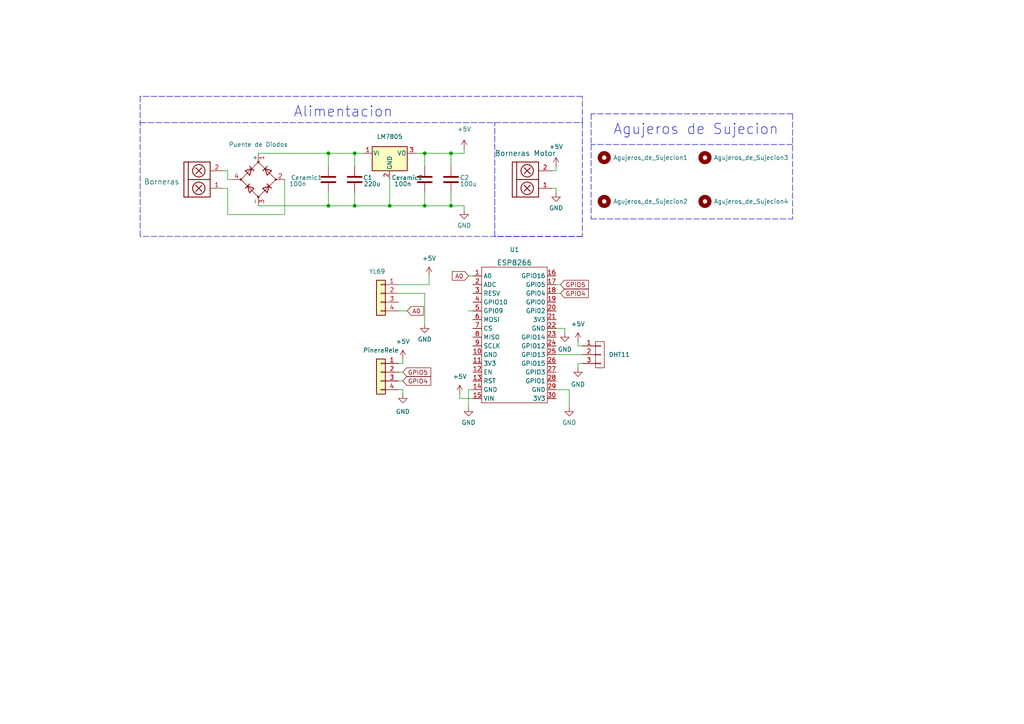
<source format=kicad_sch>
(kicad_sch (version 20211123) (generator eeschema)

  (uuid 5417d93e-ea72-4615-a825-50b48895bd92)

  (paper "A4")

  (title_block
    (title "Blumentopf")
    (date "2022-04-22")
  )

  (lib_symbols
    (symbol "Device:C" (pin_numbers hide) (pin_names (offset 0.254)) (in_bom yes) (on_board yes)
      (property "Reference" "C" (id 0) (at 0.635 2.54 0)
        (effects (font (size 1.27 1.27)) (justify left))
      )
      (property "Value" "C" (id 1) (at 0.635 -2.54 0)
        (effects (font (size 1.27 1.27)) (justify left))
      )
      (property "Footprint" "" (id 2) (at 0.9652 -3.81 0)
        (effects (font (size 1.27 1.27)) hide)
      )
      (property "Datasheet" "~" (id 3) (at 0 0 0)
        (effects (font (size 1.27 1.27)) hide)
      )
      (property "ki_keywords" "cap capacitor" (id 4) (at 0 0 0)
        (effects (font (size 1.27 1.27)) hide)
      )
      (property "ki_description" "Unpolarized capacitor" (id 5) (at 0 0 0)
        (effects (font (size 1.27 1.27)) hide)
      )
      (property "ki_fp_filters" "C_*" (id 6) (at 0 0 0)
        (effects (font (size 1.27 1.27)) hide)
      )
      (symbol "C_0_1"
        (polyline
          (pts
            (xy -2.032 -0.762)
            (xy 2.032 -0.762)
          )
          (stroke (width 0.508) (type default) (color 0 0 0 0))
          (fill (type none))
        )
        (polyline
          (pts
            (xy -2.032 0.762)
            (xy 2.032 0.762)
          )
          (stroke (width 0.508) (type default) (color 0 0 0 0))
          (fill (type none))
        )
      )
      (symbol "C_1_1"
        (pin passive line (at 0 3.81 270) (length 2.794)
          (name "~" (effects (font (size 1.27 1.27))))
          (number "1" (effects (font (size 1.27 1.27))))
        )
        (pin passive line (at 0 -3.81 90) (length 2.794)
          (name "~" (effects (font (size 1.27 1.27))))
          (number "2" (effects (font (size 1.27 1.27))))
        )
      )
    )
    (symbol "Device:D_Bridge_+A-A" (pin_names (offset 0)) (in_bom yes) (on_board yes)
      (property "Reference" "D" (id 0) (at 2.54 6.985 0)
        (effects (font (size 1.27 1.27)) (justify left))
      )
      (property "Value" "D_Bridge_+A-A" (id 1) (at 2.54 5.08 0)
        (effects (font (size 1.27 1.27)) (justify left))
      )
      (property "Footprint" "" (id 2) (at 0 0 0)
        (effects (font (size 1.27 1.27)) hide)
      )
      (property "Datasheet" "~" (id 3) (at 0 0 0)
        (effects (font (size 1.27 1.27)) hide)
      )
      (property "ki_keywords" "rectifier ACDC" (id 4) (at 0 0 0)
        (effects (font (size 1.27 1.27)) hide)
      )
      (property "ki_description" "Diode bridge, +ve/AC/-ve/AC" (id 5) (at 0 0 0)
        (effects (font (size 1.27 1.27)) hide)
      )
      (property "ki_fp_filters" "D*Bridge* D*Rectifier*" (id 6) (at 0 0 0)
        (effects (font (size 1.27 1.27)) hide)
      )
      (symbol "D_Bridge_+A-A_0_1"
        (circle (center -5.08 0) (radius 0.254)
          (stroke (width 0) (type default) (color 0 0 0 0))
          (fill (type outline))
        )
        (circle (center 0 -5.08) (radius 0.254)
          (stroke (width 0) (type default) (color 0 0 0 0))
          (fill (type outline))
        )
        (polyline
          (pts
            (xy -2.54 3.81)
            (xy -1.27 2.54)
          )
          (stroke (width 0.254) (type default) (color 0 0 0 0))
          (fill (type none))
        )
        (polyline
          (pts
            (xy -1.27 -2.54)
            (xy -2.54 -3.81)
          )
          (stroke (width 0.254) (type default) (color 0 0 0 0))
          (fill (type none))
        )
        (polyline
          (pts
            (xy 2.54 -1.27)
            (xy 3.81 -2.54)
          )
          (stroke (width 0.254) (type default) (color 0 0 0 0))
          (fill (type none))
        )
        (polyline
          (pts
            (xy 2.54 1.27)
            (xy 3.81 2.54)
          )
          (stroke (width 0.254) (type default) (color 0 0 0 0))
          (fill (type none))
        )
        (polyline
          (pts
            (xy -3.81 2.54)
            (xy -2.54 1.27)
            (xy -1.905 3.175)
            (xy -3.81 2.54)
          )
          (stroke (width 0.254) (type default) (color 0 0 0 0))
          (fill (type none))
        )
        (polyline
          (pts
            (xy -2.54 -1.27)
            (xy -3.81 -2.54)
            (xy -1.905 -3.175)
            (xy -2.54 -1.27)
          )
          (stroke (width 0.254) (type default) (color 0 0 0 0))
          (fill (type none))
        )
        (polyline
          (pts
            (xy 1.27 2.54)
            (xy 2.54 3.81)
            (xy 3.175 1.905)
            (xy 1.27 2.54)
          )
          (stroke (width 0.254) (type default) (color 0 0 0 0))
          (fill (type none))
        )
        (polyline
          (pts
            (xy 3.175 -1.905)
            (xy 1.27 -2.54)
            (xy 2.54 -3.81)
            (xy 3.175 -1.905)
          )
          (stroke (width 0.254) (type default) (color 0 0 0 0))
          (fill (type none))
        )
        (polyline
          (pts
            (xy -5.08 0)
            (xy 0 -5.08)
            (xy 5.08 0)
            (xy 0 5.08)
            (xy -5.08 0)
          )
          (stroke (width 0) (type default) (color 0 0 0 0))
          (fill (type none))
        )
        (circle (center 0 5.08) (radius 0.254)
          (stroke (width 0) (type default) (color 0 0 0 0))
          (fill (type outline))
        )
        (circle (center 5.08 0) (radius 0.254)
          (stroke (width 0) (type default) (color 0 0 0 0))
          (fill (type outline))
        )
      )
      (symbol "D_Bridge_+A-A_1_1"
        (pin passive line (at 7.62 0 180) (length 2.54)
          (name "+" (effects (font (size 1.27 1.27))))
          (number "1" (effects (font (size 1.27 1.27))))
        )
        (pin passive line (at 0 -7.62 90) (length 2.54)
          (name "~" (effects (font (size 1.27 1.27))))
          (number "2" (effects (font (size 1.27 1.27))))
        )
        (pin passive line (at -7.62 0 0) (length 2.54)
          (name "-" (effects (font (size 1.27 1.27))))
          (number "3" (effects (font (size 1.27 1.27))))
        )
        (pin passive line (at 0 7.62 270) (length 2.54)
          (name "~" (effects (font (size 1.27 1.27))))
          (number "4" (effects (font (size 1.27 1.27))))
        )
      )
    )
    (symbol "EESTN5:Conn_01X03" (pin_names (offset 1.016) hide) (in_bom yes) (on_board yes)
      (property "Reference" "J" (id 0) (at 0 5.08 0)
        (effects (font (size 1.27 1.27)))
      )
      (property "Value" "Conn_01X03" (id 1) (at 0 -5.08 0)
        (effects (font (size 1.27 1.27)))
      )
      (property "Footprint" "" (id 2) (at 0 0 0)
        (effects (font (size 1.27 1.27)) hide)
      )
      (property "Datasheet" "" (id 3) (at 0 0 0)
        (effects (font (size 1.27 1.27)) hide)
      )
      (property "ki_keywords" "connector" (id 4) (at 0 0 0)
        (effects (font (size 1.27 1.27)) hide)
      )
      (property "ki_description" "Connector, single row, 01x03, pin header" (id 5) (at 0 0 0)
        (effects (font (size 1.27 1.27)) hide)
      )
      (property "ki_fp_filters" "pin* header*" (id 6) (at 0 0 0)
        (effects (font (size 1.27 1.27)) hide)
      )
      (symbol "Conn_01X03_0_1"
        (rectangle (start -1.27 -2.413) (end 0.254 -2.667)
          (stroke (width 0) (type default) (color 0 0 0 0))
          (fill (type none))
        )
        (rectangle (start -1.27 0.127) (end 0.254 -0.127)
          (stroke (width 0) (type default) (color 0 0 0 0))
          (fill (type none))
        )
        (rectangle (start -1.27 2.667) (end 0.254 2.413)
          (stroke (width 0) (type default) (color 0 0 0 0))
          (fill (type none))
        )
        (rectangle (start -1.27 3.81) (end 1.27 -3.81)
          (stroke (width 0) (type default) (color 0 0 0 0))
          (fill (type none))
        )
      )
      (symbol "Conn_01X03_1_1"
        (pin passive line (at -5.08 2.54 0) (length 3.81)
          (name "P1" (effects (font (size 1.27 1.27))))
          (number "1" (effects (font (size 1.27 1.27))))
        )
        (pin passive line (at -5.08 0 0) (length 3.81)
          (name "P2" (effects (font (size 1.27 1.27))))
          (number "2" (effects (font (size 1.27 1.27))))
        )
        (pin passive line (at -5.08 -2.54 0) (length 3.81)
          (name "P3" (effects (font (size 1.27 1.27))))
          (number "3" (effects (font (size 1.27 1.27))))
        )
      )
    )
    (symbol "EESTN5:Conn_01x04" (pin_names (offset 1.016) hide) (in_bom yes) (on_board yes)
      (property "Reference" "J" (id 0) (at 0 5.08 0)
        (effects (font (size 1.27 1.27)))
      )
      (property "Value" "Conn_01x04" (id 1) (at 0 -7.62 0)
        (effects (font (size 1.27 1.27)))
      )
      (property "Footprint" "" (id 2) (at 0 0 0)
        (effects (font (size 1.27 1.27)) hide)
      )
      (property "Datasheet" "~" (id 3) (at 0 0 0)
        (effects (font (size 1.27 1.27)) hide)
      )
      (property "ki_keywords" "connector" (id 4) (at 0 0 0)
        (effects (font (size 1.27 1.27)) hide)
      )
      (property "ki_description" "Generic connector, single row, 01x04" (id 5) (at 0 0 0)
        (effects (font (size 1.27 1.27)) hide)
      )
      (property "ki_fp_filters" "pin* header*" (id 6) (at 0 0 0)
        (effects (font (size 1.27 1.27)) hide)
      )
      (symbol "Conn_01x04_1_1"
        (rectangle (start -1.27 -4.953) (end 0 -5.207)
          (stroke (width 0.1524) (type default) (color 0 0 0 0))
          (fill (type none))
        )
        (rectangle (start -1.27 -2.413) (end 0 -2.667)
          (stroke (width 0.1524) (type default) (color 0 0 0 0))
          (fill (type none))
        )
        (rectangle (start -1.27 0.127) (end 0 -0.127)
          (stroke (width 0.1524) (type default) (color 0 0 0 0))
          (fill (type none))
        )
        (rectangle (start -1.27 2.667) (end 0 2.413)
          (stroke (width 0.1524) (type default) (color 0 0 0 0))
          (fill (type none))
        )
        (rectangle (start -1.27 3.81) (end 1.27 -6.35)
          (stroke (width 0.254) (type default) (color 0 0 0 0))
          (fill (type background))
        )
        (pin passive line (at -5.08 2.54 0) (length 3.81)
          (name "Pin_1" (effects (font (size 1.27 1.27))))
          (number "1" (effects (font (size 1.27 1.27))))
        )
        (pin passive line (at -5.08 0 0) (length 3.81)
          (name "Pin_2" (effects (font (size 1.27 1.27))))
          (number "2" (effects (font (size 1.27 1.27))))
        )
        (pin passive line (at -5.08 -2.54 0) (length 3.81)
          (name "Pin_3" (effects (font (size 1.27 1.27))))
          (number "3" (effects (font (size 1.27 1.27))))
        )
        (pin passive line (at -5.08 -5.08 0) (length 3.81)
          (name "Pin_4" (effects (font (size 1.27 1.27))))
          (number "4" (effects (font (size 1.27 1.27))))
        )
      )
    )
    (symbol "EESTN5:Mounting_Hole" (pin_names (offset 1.016)) (in_bom yes) (on_board yes)
      (property "Reference" "H" (id 0) (at 0 5.08 0)
        (effects (font (size 1.27 1.27)))
      )
      (property "Value" "Mounting_Hole" (id 1) (at 0 3.175 0)
        (effects (font (size 1.27 1.27)) hide)
      )
      (property "Footprint" "" (id 2) (at 0 0 0)
        (effects (font (size 1.524 1.524)) hide)
      )
      (property "Datasheet" "" (id 3) (at 0 0 0)
        (effects (font (size 1.524 1.524)) hide)
      )
      (property "ki_keywords" "mounting hole" (id 4) (at 0 0 0)
        (effects (font (size 1.27 1.27)) hide)
      )
      (property "ki_description" "Mounting Hole without connection" (id 5) (at 0 0 0)
        (effects (font (size 1.27 1.27)) hide)
      )
      (property "ki_fp_filters" "hole* Logo* PAD* Separador* Cable*" (id 6) (at 0 0 0)
        (effects (font (size 1.27 1.27)) hide)
      )
      (symbol "Mounting_Hole_0_1"
        (circle (center 0 0) (radius 1.27)
          (stroke (width 1.27) (type default) (color 0 0 0 0))
          (fill (type none))
        )
      )
    )
    (symbol "EESTN5:TB_1X2" (pin_names (offset 1.016)) (in_bom yes) (on_board yes)
      (property "Reference" "J" (id 0) (at 0 7.62 0)
        (effects (font (size 1.524 1.524)))
      )
      (property "Value" "TB_1X2" (id 1) (at 1.27 -7.62 0)
        (effects (font (size 1.524 1.524)))
      )
      (property "Footprint" "" (id 2) (at -1.27 1.27 0)
        (effects (font (size 1.524 1.524)))
      )
      (property "Datasheet" "" (id 3) (at -1.27 1.27 0)
        (effects (font (size 1.524 1.524)))
      )
      (property "ki_fp_filters" "BORNERA* TB*" (id 4) (at 0 0 0)
        (effects (font (size 1.27 1.27)) hide)
      )
      (symbol "TB_1X2_0_1"
        (rectangle (start -2.54 5.08) (end 5.08 -5.08)
          (stroke (width 0.254) (type default) (color 0 0 0 0))
          (fill (type none))
        )
        (polyline
          (pts
            (xy -1.27 0)
            (xy 5.08 0)
          )
          (stroke (width 0.254) (type default) (color 0 0 0 0))
          (fill (type none))
        )
        (polyline
          (pts
            (xy -1.27 5.08)
            (xy -1.27 -5.08)
          )
          (stroke (width 0.254) (type default) (color 0 0 0 0))
          (fill (type none))
        )
        (polyline
          (pts
            (xy 0.889 -3.429)
            (xy 2.667 -1.651)
          )
          (stroke (width 0.254) (type default) (color 0 0 0 0))
          (fill (type none))
        )
        (polyline
          (pts
            (xy 0.889 -1.651)
            (xy 2.667 -3.429)
          )
          (stroke (width 0.254) (type default) (color 0 0 0 0))
          (fill (type none))
        )
        (polyline
          (pts
            (xy 0.889 1.651)
            (xy 2.667 3.429)
          )
          (stroke (width 0.254) (type default) (color 0 0 0 0))
          (fill (type none))
        )
        (polyline
          (pts
            (xy 0.889 3.429)
            (xy 2.667 1.651)
          )
          (stroke (width 0.254) (type default) (color 0 0 0 0))
          (fill (type none))
        )
        (circle (center 1.778 -2.54) (radius 1.8034)
          (stroke (width 0.254) (type default) (color 0 0 0 0))
          (fill (type none))
        )
        (circle (center 1.778 2.54) (radius 1.8034)
          (stroke (width 0.254) (type default) (color 0 0 0 0))
          (fill (type none))
        )
      )
      (symbol "TB_1X2_1_1"
        (pin input line (at 8.89 2.54 180) (length 3.81)
          (name "~" (effects (font (size 1.27 1.27))))
          (number "1" (effects (font (size 1.27 1.27))))
        )
        (pin input line (at 8.89 -2.54 180) (length 3.81)
          (name "~" (effects (font (size 1.27 1.27))))
          (number "2" (effects (font (size 1.27 1.27))))
        )
      )
    )
    (symbol "Regulator_Linear:LF50_TO220" (pin_names (offset 0.254)) (in_bom yes) (on_board yes)
      (property "Reference" "U" (id 0) (at -3.81 3.175 0)
        (effects (font (size 1.27 1.27)))
      )
      (property "Value" "LF50_TO220" (id 1) (at 0 3.175 0)
        (effects (font (size 1.27 1.27)) (justify left))
      )
      (property "Footprint" "Package_TO_SOT_THT:TO-220-3_Vertical" (id 2) (at 0 5.715 0)
        (effects (font (size 1.27 1.27) italic) hide)
      )
      (property "Datasheet" "http://www.st.com/content/ccc/resource/technical/document/datasheet/c4/0e/7e/2a/be/bc/4c/bd/CD00000546.pdf/files/CD00000546.pdf/jcr:content/translations/en.CD00000546.pdf" (id 3) (at 0 -1.27 0)
        (effects (font (size 1.27 1.27)) hide)
      )
      (property "ki_keywords" "LDO regulator voltage" (id 4) (at 0 0 0)
        (effects (font (size 1.27 1.27)) hide)
      )
      (property "ki_description" "Low-drop Voltage Regulator, Io up to 500mA, Fixed Vo 5.0V, TO-220" (id 5) (at 0 0 0)
        (effects (font (size 1.27 1.27)) hide)
      )
      (property "ki_fp_filters" "TO?220*" (id 6) (at 0 0 0)
        (effects (font (size 1.27 1.27)) hide)
      )
      (symbol "LF50_TO220_0_1"
        (rectangle (start -5.08 1.905) (end 5.08 -5.08)
          (stroke (width 0.254) (type default) (color 0 0 0 0))
          (fill (type background))
        )
      )
      (symbol "LF50_TO220_1_1"
        (pin power_in line (at -7.62 0 0) (length 2.54)
          (name "VI" (effects (font (size 1.27 1.27))))
          (number "1" (effects (font (size 1.27 1.27))))
        )
        (pin power_in line (at 0 -7.62 90) (length 2.54)
          (name "GND" (effects (font (size 1.27 1.27))))
          (number "2" (effects (font (size 1.27 1.27))))
        )
        (pin power_out line (at 7.62 0 180) (length 2.54)
          (name "VO" (effects (font (size 1.27 1.27))))
          (number "3" (effects (font (size 1.27 1.27))))
        )
      )
    )
    (symbol "esp8266: ESP8266" (in_bom yes) (on_board yes)
      (property "Reference" "U" (id 0) (at 26.67 49.53 0)
        (effects (font (size 1.27 1.27)))
      )
      (property "Value" " ESP8266" (id 1) (at 26.67 46.99 0)
        (effects (font (size 1.5 1.5)))
      )
      (property "Footprint" "ÈSP6822:ESP6822" (id 2) (at 26.67 46.99 0)
        (effects (font (size 1.27 1.27)) hide)
      )
      (property "Datasheet" "" (id 3) (at 26.67 46.99 0)
        (effects (font (size 1.27 1.27)) hide)
      )
      (symbol " ESP8266_0_1"
        (rectangle (start 17.78 44.45) (end 36.83 5.08)
          (stroke (width 0) (type default) (color 0 0 0 0))
          (fill (type none))
        )
      )
      (symbol " ESP8266_1_1"
        (pin input line (at 15.24 41.91 0) (length 2.54)
          (name "A0" (effects (font (size 1.27 1.27))))
          (number "1" (effects (font (size 1.27 1.27))))
        )
        (pin input line (at 15.24 19.05 0) (length 2.54)
          (name "GND" (effects (font (size 1.27 1.27))))
          (number "10" (effects (font (size 1.27 1.27))))
        )
        (pin input line (at 15.24 16.51 0) (length 2.54)
          (name "3V3" (effects (font (size 1.27 1.27))))
          (number "11" (effects (font (size 1.27 1.27))))
        )
        (pin input line (at 15.24 13.97 0) (length 2.54)
          (name "EN" (effects (font (size 1.27 1.27))))
          (number "12" (effects (font (size 1.27 1.27))))
        )
        (pin input line (at 15.24 11.43 0) (length 2.54)
          (name "RST" (effects (font (size 1.27 1.27))))
          (number "13" (effects (font (size 1.27 1.27))))
        )
        (pin input line (at 15.24 8.89 0) (length 2.54)
          (name "GND" (effects (font (size 1.27 1.27))))
          (number "14" (effects (font (size 1.27 1.27))))
        )
        (pin input line (at 15.24 6.35 0) (length 2.54)
          (name "VIN" (effects (font (size 1.27 1.27))))
          (number "15" (effects (font (size 1.27 1.27))))
        )
        (pin input line (at 39.37 41.91 180) (length 2.54)
          (name "GPIO16" (effects (font (size 1.27 1.27))))
          (number "16" (effects (font (size 1.27 1.27))))
        )
        (pin input line (at 39.37 39.37 180) (length 2.54)
          (name "GPI05" (effects (font (size 1.27 1.27))))
          (number "17" (effects (font (size 1.27 1.27))))
        )
        (pin input line (at 39.37 36.83 180) (length 2.54)
          (name "GPI04" (effects (font (size 1.27 1.27))))
          (number "18" (effects (font (size 1.27 1.27))))
        )
        (pin input line (at 39.37 34.29 180) (length 2.54)
          (name "GPI00" (effects (font (size 1.27 1.27))))
          (number "19" (effects (font (size 1.27 1.27))))
        )
        (pin input line (at 15.24 39.37 0) (length 2.54)
          (name "ADC" (effects (font (size 1.27 1.27))))
          (number "2" (effects (font (size 1.27 1.27))))
        )
        (pin input line (at 39.37 31.75 180) (length 2.54)
          (name "GPI02" (effects (font (size 1.27 1.27))))
          (number "20" (effects (font (size 1.27 1.27))))
        )
        (pin input line (at 39.37 29.21 180) (length 2.54)
          (name "3V3" (effects (font (size 1.27 1.27))))
          (number "21" (effects (font (size 1.27 1.27))))
        )
        (pin input line (at 39.37 26.67 180) (length 2.54)
          (name "GND" (effects (font (size 1.27 1.27))))
          (number "22" (effects (font (size 1.27 1.27))))
        )
        (pin input line (at 39.37 24.13 180) (length 2.54)
          (name "GPIO14" (effects (font (size 1.27 1.27))))
          (number "23" (effects (font (size 1.27 1.27))))
        )
        (pin input line (at 39.37 21.59 180) (length 2.54)
          (name "GPIO12" (effects (font (size 1.27 1.27))))
          (number "24" (effects (font (size 1.27 1.27))))
        )
        (pin input line (at 39.37 19.05 180) (length 2.54)
          (name "GPIO13" (effects (font (size 1.27 1.27))))
          (number "25" (effects (font (size 1.27 1.27))))
        )
        (pin input line (at 39.37 16.51 180) (length 2.54)
          (name "GPIO15" (effects (font (size 1.27 1.27))))
          (number "26" (effects (font (size 1.27 1.27))))
        )
        (pin input line (at 39.37 13.97 180) (length 2.54)
          (name "GPIO3" (effects (font (size 1.27 1.27))))
          (number "27" (effects (font (size 1.27 1.27))))
        )
        (pin input line (at 39.37 11.43 180) (length 2.54)
          (name "GPIO1" (effects (font (size 1.27 1.27))))
          (number "28" (effects (font (size 1.27 1.27))))
        )
        (pin input line (at 39.37 8.89 180) (length 2.54)
          (name "GND" (effects (font (size 1.27 1.27))))
          (number "29" (effects (font (size 1.27 1.27))))
        )
        (pin input line (at 15.24 36.83 0) (length 2.54)
          (name "RESV" (effects (font (size 1.27 1.27))))
          (number "3" (effects (font (size 1.27 1.27))))
        )
        (pin input line (at 39.37 6.35 180) (length 2.54)
          (name "3V3" (effects (font (size 1.27 1.27))))
          (number "30" (effects (font (size 1.27 1.27))))
        )
        (pin input line (at 15.24 34.29 0) (length 2.54)
          (name "GPIO10" (effects (font (size 1.27 1.27))))
          (number "4" (effects (font (size 1.27 1.27))))
        )
        (pin input line (at 15.24 31.75 0) (length 2.54)
          (name "GPI09" (effects (font (size 1.27 1.27))))
          (number "5" (effects (font (size 1.27 1.27))))
        )
        (pin input line (at 15.24 29.21 0) (length 2.54)
          (name "MOSI" (effects (font (size 1.27 1.27))))
          (number "6" (effects (font (size 1.27 1.27))))
        )
        (pin input line (at 15.24 26.67 0) (length 2.54)
          (name "CS" (effects (font (size 1.27 1.27))))
          (number "7" (effects (font (size 1.27 1.27))))
        )
        (pin input line (at 15.24 24.13 0) (length 2.54)
          (name "MISO" (effects (font (size 1.27 1.27))))
          (number "8" (effects (font (size 1.27 1.27))))
        )
        (pin input line (at 15.24 21.59 0) (length 2.54)
          (name "SCLK" (effects (font (size 1.27 1.27))))
          (number "9" (effects (font (size 1.27 1.27))))
        )
      )
    )
    (symbol "power:+5V" (power) (pin_names (offset 0)) (in_bom yes) (on_board yes)
      (property "Reference" "#PWR" (id 0) (at 0 -3.81 0)
        (effects (font (size 1.27 1.27)) hide)
      )
      (property "Value" "+5V" (id 1) (at 0 3.556 0)
        (effects (font (size 1.27 1.27)))
      )
      (property "Footprint" "" (id 2) (at 0 0 0)
        (effects (font (size 1.27 1.27)) hide)
      )
      (property "Datasheet" "" (id 3) (at 0 0 0)
        (effects (font (size 1.27 1.27)) hide)
      )
      (property "ki_keywords" "power-flag" (id 4) (at 0 0 0)
        (effects (font (size 1.27 1.27)) hide)
      )
      (property "ki_description" "Power symbol creates a global label with name \"+5V\"" (id 5) (at 0 0 0)
        (effects (font (size 1.27 1.27)) hide)
      )
      (symbol "+5V_0_1"
        (polyline
          (pts
            (xy -0.762 1.27)
            (xy 0 2.54)
          )
          (stroke (width 0) (type default) (color 0 0 0 0))
          (fill (type none))
        )
        (polyline
          (pts
            (xy 0 0)
            (xy 0 2.54)
          )
          (stroke (width 0) (type default) (color 0 0 0 0))
          (fill (type none))
        )
        (polyline
          (pts
            (xy 0 2.54)
            (xy 0.762 1.27)
          )
          (stroke (width 0) (type default) (color 0 0 0 0))
          (fill (type none))
        )
      )
      (symbol "+5V_1_1"
        (pin power_in line (at 0 0 90) (length 0) hide
          (name "+5V" (effects (font (size 1.27 1.27))))
          (number "1" (effects (font (size 1.27 1.27))))
        )
      )
    )
    (symbol "power:GND" (power) (pin_names (offset 0)) (in_bom yes) (on_board yes)
      (property "Reference" "#PWR" (id 0) (at 0 -6.35 0)
        (effects (font (size 1.27 1.27)) hide)
      )
      (property "Value" "GND" (id 1) (at 0 -3.81 0)
        (effects (font (size 1.27 1.27)))
      )
      (property "Footprint" "" (id 2) (at 0 0 0)
        (effects (font (size 1.27 1.27)) hide)
      )
      (property "Datasheet" "" (id 3) (at 0 0 0)
        (effects (font (size 1.27 1.27)) hide)
      )
      (property "ki_keywords" "power-flag" (id 4) (at 0 0 0)
        (effects (font (size 1.27 1.27)) hide)
      )
      (property "ki_description" "Power symbol creates a global label with name \"GND\" , ground" (id 5) (at 0 0 0)
        (effects (font (size 1.27 1.27)) hide)
      )
      (symbol "GND_0_1"
        (polyline
          (pts
            (xy 0 0)
            (xy 0 -1.27)
            (xy 1.27 -1.27)
            (xy 0 -2.54)
            (xy -1.27 -1.27)
            (xy 0 -1.27)
          )
          (stroke (width 0) (type default) (color 0 0 0 0))
          (fill (type none))
        )
      )
      (symbol "GND_1_1"
        (pin power_in line (at 0 0 270) (length 0) hide
          (name "GND" (effects (font (size 1.27 1.27))))
          (number "1" (effects (font (size 1.27 1.27))))
        )
      )
    )
  )

  (junction (at 123.19 59.69) (diameter 0) (color 0 0 0 0)
    (uuid 1913b8c1-1e0d-4d19-9579-544ed814abb8)
  )
  (junction (at 123.19 44.45) (diameter 0) (color 0 0 0 0)
    (uuid 203e23b8-fdfb-480b-a36c-4d86c2e2d186)
  )
  (junction (at 95.25 44.45) (diameter 0) (color 0 0 0 0)
    (uuid 33fd0bc1-02fd-4f8f-9e62-ad38f10bd8e2)
  )
  (junction (at 130.81 44.45) (diameter 0) (color 0 0 0 0)
    (uuid 394fe4ee-4232-4801-a06a-27a76994174f)
  )
  (junction (at 102.87 44.45) (diameter 0) (color 0 0 0 0)
    (uuid 4dac5b0c-7b51-41db-ba23-410fdf332b09)
  )
  (junction (at 102.87 59.69) (diameter 0) (color 0 0 0 0)
    (uuid 5bbe8d8e-e06c-4611-bc14-daf34b6f484f)
  )
  (junction (at 113.03 59.69) (diameter 0) (color 0 0 0 0)
    (uuid c4100967-fc97-4dee-b902-966f9795cc96)
  )
  (junction (at 130.81 59.69) (diameter 0) (color 0 0 0 0)
    (uuid c82f8af8-7a87-44f6-b379-02e58fa9cc00)
  )
  (junction (at 95.25 59.69) (diameter 0) (color 0 0 0 0)
    (uuid f1bf1915-64c7-4735-adb7-77a844afb851)
  )

  (wire (pts (xy 134.62 43.18) (xy 134.62 44.45))
    (stroke (width 0) (type default) (color 0 0 0 0))
    (uuid 01160a4f-c24e-41a9-aa0f-9af1f16b7f67)
  )
  (wire (pts (xy 64.77 49.53) (xy 66.04 49.53))
    (stroke (width 0) (type default) (color 0 0 0 0))
    (uuid 037791f7-0b6b-411f-96ec-0bf2cb35b675)
  )
  (polyline (pts (xy 171.45 33.02) (xy 171.45 41.91))
    (stroke (width 0) (type default) (color 0 0 0 0))
    (uuid 0bc3f359-5bd2-46fe-96c1-0732c1905649)
  )

  (wire (pts (xy 167.64 105.41) (xy 167.64 106.68))
    (stroke (width 0) (type default) (color 0 0 0 0))
    (uuid 0cf03361-6b9b-4d55-a543-81b8fc79bbe6)
  )
  (wire (pts (xy 102.87 55.88) (xy 102.87 59.69))
    (stroke (width 0) (type default) (color 0 0 0 0))
    (uuid 12123dbf-ec10-4212-8010-7320af61d6a4)
  )
  (polyline (pts (xy 168.91 35.56) (xy 168.91 27.94))
    (stroke (width 0) (type default) (color 0 0 0 0))
    (uuid 1422cffc-a6ff-4e64-b009-59da6be804dd)
  )
  (polyline (pts (xy 143.51 35.56) (xy 168.91 35.56))
    (stroke (width 0) (type default) (color 0 0 0 0))
    (uuid 14ff9087-b8eb-4ee6-bbfe-2436601097d4)
  )

  (wire (pts (xy 66.04 49.53) (xy 66.04 52.07))
    (stroke (width 0) (type default) (color 0 0 0 0))
    (uuid 150704fa-293a-4697-a5cf-8b313726b01c)
  )
  (wire (pts (xy 95.25 59.69) (xy 102.87 59.69))
    (stroke (width 0) (type default) (color 0 0 0 0))
    (uuid 171fee88-e3f8-4ea0-a545-2c56f8e6d6a6)
  )
  (wire (pts (xy 167.64 105.41) (xy 168.91 105.41))
    (stroke (width 0) (type default) (color 0 0 0 0))
    (uuid 205d52e3-c974-4bc8-a53b-45f9f67a9079)
  )
  (wire (pts (xy 133.35 115.57) (xy 137.16 115.57))
    (stroke (width 0) (type default) (color 0 0 0 0))
    (uuid 213290c5-e02a-41d9-95a1-63fdeedefcbc)
  )
  (polyline (pts (xy 171.45 63.5) (xy 229.87 63.5))
    (stroke (width 0) (type default) (color 0 0 0 0))
    (uuid 214581b5-e03b-462e-bb42-8a9398206ab6)
  )

  (wire (pts (xy 66.04 62.23) (xy 82.55 62.23))
    (stroke (width 0) (type default) (color 0 0 0 0))
    (uuid 226aaa63-d067-4f6d-a8bb-07141cab1d34)
  )
  (wire (pts (xy 64.77 54.61) (xy 66.04 54.61))
    (stroke (width 0) (type default) (color 0 0 0 0))
    (uuid 23260b48-c011-4971-b14c-1169c3d46f20)
  )
  (wire (pts (xy 113.03 59.69) (xy 123.19 59.69))
    (stroke (width 0) (type default) (color 0 0 0 0))
    (uuid 246fc0d8-7fd1-4401-8a5c-31decd07a057)
  )
  (wire (pts (xy 123.19 44.45) (xy 120.65 44.45))
    (stroke (width 0) (type default) (color 0 0 0 0))
    (uuid 2a2e9ff8-7894-4ff4-b811-62898b3e25e5)
  )
  (wire (pts (xy 102.87 44.45) (xy 102.87 48.26))
    (stroke (width 0) (type default) (color 0 0 0 0))
    (uuid 2b463c2f-80bc-4344-aadc-edc11fbe40ad)
  )
  (wire (pts (xy 161.29 113.03) (xy 165.1 113.03))
    (stroke (width 0) (type default) (color 0 0 0 0))
    (uuid 2bb276a7-8ab2-4be3-9b32-a7ea311015c9)
  )
  (wire (pts (xy 115.57 110.49) (xy 116.84 110.49))
    (stroke (width 0) (type default) (color 0 0 0 0))
    (uuid 2bbd4481-9bc2-4ff3-b649-7ee758500320)
  )
  (polyline (pts (xy 229.87 33.02) (xy 229.87 63.5))
    (stroke (width 0) (type default) (color 0 0 0 0))
    (uuid 34ccca3b-e75d-40d0-8a65-69106af47aea)
  )

  (wire (pts (xy 130.81 44.45) (xy 123.19 44.45))
    (stroke (width 0) (type default) (color 0 0 0 0))
    (uuid 3a6efa19-b0b0-458f-a540-98e60b0607f6)
  )
  (wire (pts (xy 116.84 105.41) (xy 116.84 104.14))
    (stroke (width 0) (type default) (color 0 0 0 0))
    (uuid 3b7b5b67-9dcb-448e-944f-5d0b65129132)
  )
  (wire (pts (xy 66.04 54.61) (xy 66.04 62.23))
    (stroke (width 0) (type default) (color 0 0 0 0))
    (uuid 3cb1ead1-67b3-42c8-a113-f57b7ed39d5a)
  )
  (wire (pts (xy 165.1 113.03) (xy 165.1 118.11))
    (stroke (width 0) (type default) (color 0 0 0 0))
    (uuid 3daf8e99-6801-4108-9132-918bf0b3e34b)
  )
  (wire (pts (xy 123.19 55.88) (xy 123.19 59.69))
    (stroke (width 0) (type default) (color 0 0 0 0))
    (uuid 427f6794-a850-43fb-8a96-7bcfe32291a1)
  )
  (wire (pts (xy 161.29 55.88) (xy 161.29 54.61))
    (stroke (width 0) (type default) (color 0 0 0 0))
    (uuid 439e6463-0296-4527-8dc6-47fb96e37143)
  )
  (wire (pts (xy 160.02 54.61) (xy 161.29 54.61))
    (stroke (width 0) (type default) (color 0 0 0 0))
    (uuid 46e15c38-921a-456b-ba9c-d17c6f8c4b93)
  )
  (wire (pts (xy 113.03 59.69) (xy 113.03 52.07))
    (stroke (width 0) (type default) (color 0 0 0 0))
    (uuid 4d6e2753-607c-4b43-9f86-f2cb7774809d)
  )
  (polyline (pts (xy 40.64 27.94) (xy 40.64 35.56))
    (stroke (width 0) (type default) (color 0 0 0 0))
    (uuid 4da6302c-cd1f-4909-89d2-621a3bbeb204)
  )

  (wire (pts (xy 130.81 44.45) (xy 134.62 44.45))
    (stroke (width 0) (type default) (color 0 0 0 0))
    (uuid 515c8109-0a49-46bc-9a71-3caee9dac30c)
  )
  (wire (pts (xy 115.57 82.55) (xy 124.46 82.55))
    (stroke (width 0) (type default) (color 0 0 0 0))
    (uuid 54f7712b-11be-43ff-8b72-64ee2150f34f)
  )
  (wire (pts (xy 123.19 44.45) (xy 123.19 48.26))
    (stroke (width 0) (type default) (color 0 0 0 0))
    (uuid 55209d5a-76db-4042-a1fa-ed3fd4a5a913)
  )
  (polyline (pts (xy 229.87 41.91) (xy 171.45 41.91))
    (stroke (width 0) (type default) (color 0 0 0 0))
    (uuid 5dddf57a-bdda-455b-9415-c8b9b0899b17)
  )
  (polyline (pts (xy 229.87 33.02) (xy 171.45 33.02))
    (stroke (width 0) (type default) (color 0 0 0 0))
    (uuid 64190b3d-9171-4dd7-9a1f-6fbfb06134eb)
  )

  (wire (pts (xy 123.19 85.09) (xy 115.57 85.09))
    (stroke (width 0) (type default) (color 0 0 0 0))
    (uuid 69dd0679-d85a-45b1-9962-4edcf9954491)
  )
  (wire (pts (xy 130.81 55.88) (xy 130.81 59.69))
    (stroke (width 0) (type default) (color 0 0 0 0))
    (uuid 6a0a59b9-bbf9-43b8-ad98-380cde3b1911)
  )
  (wire (pts (xy 74.93 59.69) (xy 95.25 59.69))
    (stroke (width 0) (type default) (color 0 0 0 0))
    (uuid 6af72663-0d02-40f7-b513-40c9f4257212)
  )
  (wire (pts (xy 160.02 49.53) (xy 161.29 49.53))
    (stroke (width 0) (type default) (color 0 0 0 0))
    (uuid 6c207d1c-3bfd-4d25-8885-2f5108f8da92)
  )
  (wire (pts (xy 130.81 44.45) (xy 130.81 48.26))
    (stroke (width 0) (type default) (color 0 0 0 0))
    (uuid 7185a159-33be-4710-a571-c56533d7fe4a)
  )
  (wire (pts (xy 124.46 80.01) (xy 124.46 82.55))
    (stroke (width 0) (type default) (color 0 0 0 0))
    (uuid 80d3e12b-5051-4e5d-835f-7a9d97287885)
  )
  (polyline (pts (xy 40.64 35.56) (xy 143.51 35.56))
    (stroke (width 0) (type default) (color 0 0 0 0))
    (uuid 817cea77-3614-46eb-ac46-8f839c322ae1)
  )

  (wire (pts (xy 161.29 95.25) (xy 163.83 95.25))
    (stroke (width 0) (type default) (color 0 0 0 0))
    (uuid 82a9f099-f304-48c1-bae3-14203547da08)
  )
  (wire (pts (xy 161.29 85.09) (xy 162.56 85.09))
    (stroke (width 0) (type default) (color 0 0 0 0))
    (uuid 84ecdde2-8ef7-4393-8d7b-97cb88260f81)
  )
  (wire (pts (xy 161.29 102.87) (xy 168.91 102.87))
    (stroke (width 0) (type default) (color 0 0 0 0))
    (uuid 8acab7ce-dc23-4afe-ad98-f83613313f92)
  )
  (wire (pts (xy 167.64 100.33) (xy 168.91 100.33))
    (stroke (width 0) (type default) (color 0 0 0 0))
    (uuid 8c4ad6d8-ffc9-4b82-8d92-3d432fbdf2fa)
  )
  (wire (pts (xy 115.57 107.95) (xy 116.84 107.95))
    (stroke (width 0) (type default) (color 0 0 0 0))
    (uuid 8df17d94-ea38-4f74-8195-68c149605e5d)
  )
  (wire (pts (xy 130.81 59.69) (xy 123.19 59.69))
    (stroke (width 0) (type default) (color 0 0 0 0))
    (uuid 9185858a-0484-4228-9b8b-887bc7c63a67)
  )
  (wire (pts (xy 116.84 113.03) (xy 116.84 114.3))
    (stroke (width 0) (type default) (color 0 0 0 0))
    (uuid 95048e16-9f05-487e-94da-8b914b55610d)
  )
  (polyline (pts (xy 168.91 68.58) (xy 40.64 68.58))
    (stroke (width 0) (type default) (color 0 0 0 0))
    (uuid 96116b5a-a0de-4cfe-b1e6-46c282049706)
  )
  (polyline (pts (xy 168.91 27.94) (xy 40.64 27.94))
    (stroke (width 0) (type default) (color 0 0 0 0))
    (uuid 9caa825e-43a9-45d3-8dad-ce1e46623c13)
  )

  (wire (pts (xy 95.25 55.88) (xy 95.25 59.69))
    (stroke (width 0) (type default) (color 0 0 0 0))
    (uuid a0d4a285-4240-4db1-96e6-356c1d3c1b55)
  )
  (wire (pts (xy 161.29 82.55) (xy 162.56 82.55))
    (stroke (width 0) (type default) (color 0 0 0 0))
    (uuid a4057579-837e-459b-a599-80e3b1ea19c8)
  )
  (wire (pts (xy 102.87 44.45) (xy 105.41 44.45))
    (stroke (width 0) (type default) (color 0 0 0 0))
    (uuid a8471c4c-fddd-4145-a156-062a45736941)
  )
  (wire (pts (xy 130.81 59.69) (xy 134.62 59.69))
    (stroke (width 0) (type default) (color 0 0 0 0))
    (uuid a9007d39-ae19-46ae-a990-c863f9b58ee1)
  )
  (wire (pts (xy 115.57 90.17) (xy 118.11 90.17))
    (stroke (width 0) (type default) (color 0 0 0 0))
    (uuid a9814760-02e6-4c3f-9501-379c2840df9b)
  )
  (polyline (pts (xy 143.51 68.58) (xy 143.51 35.56))
    (stroke (width 0) (type default) (color 0 0 0 0))
    (uuid af7e52d1-be2a-4da2-9768-453b8924e9cd)
  )

  (wire (pts (xy 163.83 95.25) (xy 163.83 96.52))
    (stroke (width 0) (type default) (color 0 0 0 0))
    (uuid b38d7cb7-ed41-42d8-81b2-1cbedf8f4ac0)
  )
  (wire (pts (xy 66.04 52.07) (xy 67.31 52.07))
    (stroke (width 0) (type default) (color 0 0 0 0))
    (uuid b451950b-cc0c-4f80-a73f-a435fbb875f7)
  )
  (wire (pts (xy 135.89 80.01) (xy 137.16 80.01))
    (stroke (width 0) (type default) (color 0 0 0 0))
    (uuid b85a89bb-be3b-4f3d-a120-71bef9c572e3)
  )
  (polyline (pts (xy 171.45 41.91) (xy 171.45 63.5))
    (stroke (width 0) (type default) (color 0 0 0 0))
    (uuid b8ff7cd2-7603-4b4c-87d0-1b12a8e8bedf)
  )

  (wire (pts (xy 133.35 114.3) (xy 133.35 115.57))
    (stroke (width 0) (type default) (color 0 0 0 0))
    (uuid b9f86484-9e39-4063-bd16-ac90063f4b27)
  )
  (wire (pts (xy 74.93 44.45) (xy 95.25 44.45))
    (stroke (width 0) (type default) (color 0 0 0 0))
    (uuid bc5148af-44f8-46b0-8df2-a3e1484bb300)
  )
  (polyline (pts (xy 168.91 68.58) (xy 143.51 68.58))
    (stroke (width 0) (type default) (color 0 0 0 0))
    (uuid bcecf866-87db-4f8d-b360-a530337f4827)
  )

  (wire (pts (xy 167.64 100.33) (xy 167.64 99.06))
    (stroke (width 0) (type default) (color 0 0 0 0))
    (uuid c464ac67-d07b-4878-905a-ea6f8d27cd1e)
  )
  (wire (pts (xy 135.89 113.03) (xy 137.16 113.03))
    (stroke (width 0) (type default) (color 0 0 0 0))
    (uuid c9aff527-01c8-4480-b284-f13ae3230e71)
  )
  (polyline (pts (xy 40.64 68.58) (xy 40.64 35.56))
    (stroke (width 0) (type default) (color 0 0 0 0))
    (uuid cf686d81-9f88-4310-8cca-09c4155d1a81)
  )

  (wire (pts (xy 161.29 48.26) (xy 161.29 49.53))
    (stroke (width 0) (type default) (color 0 0 0 0))
    (uuid d0aec49e-6a9d-4974-8eb5-f77cee721c85)
  )
  (wire (pts (xy 135.89 118.11) (xy 135.89 113.03))
    (stroke (width 0) (type default) (color 0 0 0 0))
    (uuid d4c4696e-fa9b-47bd-9132-85d2f7a39ee0)
  )
  (wire (pts (xy 134.62 60.96) (xy 134.62 59.69))
    (stroke (width 0) (type default) (color 0 0 0 0))
    (uuid da16157f-0de1-45a6-a77e-0894780027ec)
  )
  (wire (pts (xy 115.57 105.41) (xy 116.84 105.41))
    (stroke (width 0) (type default) (color 0 0 0 0))
    (uuid da251b28-6682-4517-9adb-8c96f273b24f)
  )
  (polyline (pts (xy 168.91 35.56) (xy 168.91 68.58))
    (stroke (width 0) (type default) (color 0 0 0 0))
    (uuid e1612cdc-ee8b-49c2-9424-f5cbb6a0c53e)
  )

  (wire (pts (xy 95.25 44.45) (xy 102.87 44.45))
    (stroke (width 0) (type default) (color 0 0 0 0))
    (uuid e7ab6a23-0df9-4d44-9b03-ffeb3642b991)
  )
  (wire (pts (xy 82.55 62.23) (xy 82.55 52.07))
    (stroke (width 0) (type default) (color 0 0 0 0))
    (uuid e9bc3726-6076-41a0-8b52-e3b42200347e)
  )
  (wire (pts (xy 135.89 90.17) (xy 137.16 90.17))
    (stroke (width 0) (type default) (color 0 0 0 0))
    (uuid ece22bde-864b-4d95-b010-1efdddf58655)
  )
  (wire (pts (xy 115.57 113.03) (xy 116.84 113.03))
    (stroke (width 0) (type default) (color 0 0 0 0))
    (uuid f350a95b-f4d8-4104-b336-d6e50ccde379)
  )
  (wire (pts (xy 123.19 85.09) (xy 123.19 93.98))
    (stroke (width 0) (type default) (color 0 0 0 0))
    (uuid f403447f-f1d7-4b5c-bce7-100c1dc87eaa)
  )
  (wire (pts (xy 95.25 44.45) (xy 95.25 48.26))
    (stroke (width 0) (type default) (color 0 0 0 0))
    (uuid f4ecab99-11a8-415d-8476-fb31319db806)
  )
  (wire (pts (xy 102.87 59.69) (xy 113.03 59.69))
    (stroke (width 0) (type default) (color 0 0 0 0))
    (uuid f9b86951-0973-42be-9cff-be212ea19f13)
  )

  (text "Agujeros de Sujecion" (at 177.8 39.37 0)
    (effects (font (size 3 3)) (justify left bottom))
    (uuid 1c8fa02d-ab64-47b6-bbbb-ff117063b5a4)
  )
  (text "Alimentacion" (at 85.09 34.29 0)
    (effects (font (size 3 3)) (justify left bottom))
    (uuid aab0f042-00c9-4150-a7a3-38b2c47f3885)
  )

  (global_label "GPIO5" (shape input) (at 116.84 107.95 0) (fields_autoplaced)
    (effects (font (size 1.27 1.27)) (justify left))
    (uuid 288495dc-f106-4b4e-a51e-510786040547)
    (property "Intersheet References" "${INTERSHEET_REFS}" (id 0) (at 124.9379 107.8706 0)
      (effects (font (size 1.27 1.27)) (justify left) hide)
    )
  )
  (global_label "GPIO4" (shape input) (at 116.84 110.49 0) (fields_autoplaced)
    (effects (font (size 1.27 1.27)) (justify left))
    (uuid 2b76e4b6-ba6b-4d00-a1ea-26dcb9400d60)
    (property "Intersheet References" "${INTERSHEET_REFS}" (id 0) (at 124.9379 110.4106 0)
      (effects (font (size 1.27 1.27)) (justify left) hide)
    )
  )
  (global_label "A0" (shape input) (at 135.89 80.01 180) (fields_autoplaced)
    (effects (font (size 1.27 1.27)) (justify right))
    (uuid 9fa01e2b-07ca-436b-9da2-23a5253629db)
    (property "Intersheet References" "${INTERSHEET_REFS}" (id 0) (at 131.1788 80.0894 0)
      (effects (font (size 1.27 1.27)) (justify right) hide)
    )
  )
  (global_label "GPIO4" (shape input) (at 162.56 85.09 0) (fields_autoplaced)
    (effects (font (size 1.27 1.27)) (justify left))
    (uuid ad08266d-0a0c-4075-81de-7e946e7fbd0b)
    (property "Intersheet References" "${INTERSHEET_REFS}" (id 0) (at 170.6579 85.0106 0)
      (effects (font (size 1.27 1.27)) (justify left) hide)
    )
  )
  (global_label "GPIO5" (shape input) (at 162.56 82.55 0) (fields_autoplaced)
    (effects (font (size 1.27 1.27)) (justify left))
    (uuid b244fbf3-c9dd-4db1-b252-a2ebb2cf5656)
    (property "Intersheet References" "${INTERSHEET_REFS}" (id 0) (at 170.6579 82.4706 0)
      (effects (font (size 1.27 1.27)) (justify left) hide)
    )
  )
  (global_label "A0" (shape input) (at 118.11 90.17 0) (fields_autoplaced)
    (effects (font (size 1.27 1.27)) (justify left))
    (uuid d5c7b089-0c75-45d2-a39a-04f153948415)
    (property "Intersheet References" "${INTERSHEET_REFS}" (id 0) (at 122.8212 90.0906 0)
      (effects (font (size 1.27 1.27)) (justify left) hide)
    )
  )

  (symbol (lib_id "EESTN5:Conn_01X03") (at 173.99 102.87 0) (unit 1)
    (in_bom yes) (on_board yes) (fields_autoplaced)
    (uuid 1abe9e60-e84e-458b-98cf-cb5ce821e358)
    (property "Reference" "DHT11" (id 0) (at 176.53 102.8699 0)
      (effects (font (size 1.27 1.27)) (justify left))
    )
    (property "Value" "Conn_01X03" (id 1) (at 173.99 109.22 0)
      (effects (font (size 1.27 1.27)) hide)
    )
    (property "Footprint" "Connector_PinSocket_2.54mm:PinSocket_1x03_P2.54mm_Vertical" (id 2) (at 173.99 102.87 0)
      (effects (font (size 1.27 1.27)) hide)
    )
    (property "Datasheet" "" (id 3) (at 173.99 102.87 0)
      (effects (font (size 1.27 1.27)) hide)
    )
    (pin "1" (uuid f9442881-612e-48eb-b4d1-c941b1243f4f))
    (pin "2" (uuid 2e0004f6-7333-410c-a050-d621a054047e))
    (pin "3" (uuid f7b88d8a-24f4-40df-a5a3-dad3a77aec4d))
  )

  (symbol (lib_id "power:GND") (at 123.19 93.98 0) (mirror y) (unit 1)
    (in_bom yes) (on_board yes) (fields_autoplaced)
    (uuid 227533b9-68cc-4acc-b67d-d4d6801ab53e)
    (property "Reference" "#PWR0108" (id 0) (at 123.19 100.33 0)
      (effects (font (size 1.27 1.27)) hide)
    )
    (property "Value" "GND" (id 1) (at 123.19 98.425 0))
    (property "Footprint" "" (id 2) (at 123.19 93.98 0)
      (effects (font (size 1.27 1.27)) hide)
    )
    (property "Datasheet" "" (id 3) (at 123.19 93.98 0)
      (effects (font (size 1.27 1.27)) hide)
    )
    (pin "1" (uuid 5e8c1911-b18e-4ca9-a80e-7922e200ca5f))
  )

  (symbol (lib_id "Device:C") (at 123.19 52.07 0) (mirror y) (unit 1)
    (in_bom yes) (on_board yes)
    (uuid 26bbfef6-fa30-4b7a-b3f7-d514b404abf6)
    (property "Reference" "Ceramic2" (id 0) (at 118.11 50.8 0)
      (effects (font (size 1.27 1.27)) (justify top))
    )
    (property "Value" "100n" (id 1) (at 116.84 53.34 0))
    (property "Footprint" "Capacitor_THT:C_Disc_D6.0mm_W2.5mm_P5.00mm" (id 2) (at 122.2248 55.88 0)
      (effects (font (size 1.27 1.27)) hide)
    )
    (property "Datasheet" "~" (id 3) (at 123.19 52.07 0)
      (effects (font (size 1.27 1.27)) hide)
    )
    (pin "1" (uuid 7c54b11b-150d-447b-a239-a3e2d7795181))
    (pin "2" (uuid 022a0bac-bb94-423e-bfe4-71ad71e78f24))
  )

  (symbol (lib_id "power:GND") (at 116.84 114.3 0) (unit 1)
    (in_bom yes) (on_board yes) (fields_autoplaced)
    (uuid 2eaf0f38-2312-4541-8ca7-cd4a1239cf94)
    (property "Reference" "#PWR0112" (id 0) (at 116.84 120.65 0)
      (effects (font (size 1.27 1.27)) hide)
    )
    (property "Value" "GND" (id 1) (at 116.84 119.38 0))
    (property "Footprint" "" (id 2) (at 116.84 114.3 0)
      (effects (font (size 1.27 1.27)) hide)
    )
    (property "Datasheet" "" (id 3) (at 116.84 114.3 0)
      (effects (font (size 1.27 1.27)) hide)
    )
    (pin "1" (uuid 65bcc551-2830-4b6c-880d-4a138c431f7c))
  )

  (symbol (lib_id "esp8266: ESP8266") (at 121.92 121.92 0) (unit 1)
    (in_bom yes) (on_board yes) (fields_autoplaced)
    (uuid 310e28e7-f7b1-4197-b25d-4003c7dcabae)
    (property "Reference" "U1" (id 0) (at 149.225 72.39 0))
    (property "Value" " ESP8266" (id 1) (at 149.225 76.2 0)
      (effects (font (size 1.5 1.5)))
    )
    (property "Footprint" "ÈSP6822:ESP6822" (id 2) (at 148.59 74.93 0)
      (effects (font (size 1.27 1.27)) hide)
    )
    (property "Datasheet" "" (id 3) (at 148.59 74.93 0)
      (effects (font (size 1.27 1.27)) hide)
    )
    (pin "1" (uuid 6b1d6bcd-1928-474b-8dbd-6dab746597ca))
    (pin "10" (uuid b9f8ba78-9b7b-4a7c-8351-c9f145a140ab))
    (pin "11" (uuid 494a6b97-f33e-4834-b724-0c3a3ff54317))
    (pin "12" (uuid 506110af-ac51-4501-bfa6-1552a848d599))
    (pin "13" (uuid 3520b9bf-2dfc-4868-a650-86ff98682e83))
    (pin "14" (uuid ab3e0d45-ad5b-42a1-ab02-8fee32ad804e))
    (pin "15" (uuid 1c6c46b2-dd9e-430f-85e9-621815ceca94))
    (pin "16" (uuid 9c7af13e-949e-4a55-a6b7-45ef51b4f106))
    (pin "17" (uuid 6e23d37a-3804-4cb0-9f56-ede150eedda5))
    (pin "18" (uuid 730780c7-40bd-484b-b640-ae047209b478))
    (pin "19" (uuid 5ea450c5-c799-4c49-a77b-90af3b812ea4))
    (pin "2" (uuid a56d1fde-b4ad-42de-a848-9c94bc0cbe09))
    (pin "20" (uuid 226748a0-9c54-4438-a724-741c7846a7bf))
    (pin "21" (uuid 28aab436-a04a-4f1d-a887-4f09513fdc8a))
    (pin "22" (uuid 45b2cd71-50dd-4f61-80ce-9a5382fe6dd4))
    (pin "23" (uuid 481d8c49-260f-40f8-9d7a-177fecb9140f))
    (pin "24" (uuid 443b842e-cdd6-495f-a7fb-0cef04c17274))
    (pin "25" (uuid 7ab8aff0-29e4-4be7-af1f-6a97b7752e20))
    (pin "26" (uuid 52fe3400-bf18-4fe5-aa6e-2be779b65697))
    (pin "27" (uuid 7112d2ae-7915-4f1a-aae6-e71244f669d8))
    (pin "28" (uuid 510813ff-4301-4d7b-b640-805049ac6194))
    (pin "29" (uuid 190829cf-8172-400f-bba0-21761cc942eb))
    (pin "3" (uuid 3fe74e96-d630-4db9-83b3-437a4cba15b4))
    (pin "30" (uuid ef996d8d-e885-4c54-b48b-e12cd0bd7e8e))
    (pin "4" (uuid 03ae5596-bc68-4919-b712-a127d93338cc))
    (pin "5" (uuid ae2d0972-d851-4e32-b78e-a1894c29cfe1))
    (pin "6" (uuid fc153f76-4971-47fe-9c36-88d5ca4ab507))
    (pin "7" (uuid 1f2605ff-0052-4214-ba00-e5f83f987c66))
    (pin "8" (uuid 3e3af5be-1b4c-4ba4-b660-3033fdf1caed))
    (pin "9" (uuid 6bdf4c09-0d97-4f84-a45b-4830c8cb3132))
  )

  (symbol (lib_id "Device:D_Bridge_+A-A") (at 74.93 52.07 90) (unit 1)
    (in_bom yes) (on_board yes)
    (uuid 3a6935ea-5e87-47ee-9a9c-c18637286538)
    (property "Reference" "D1" (id 0) (at 88.9 47.371 90)
      (effects (font (size 1.27 1.27)) hide)
    )
    (property "Value" "Puente de Diodos" (id 1) (at 74.93 41.91 90))
    (property "Footprint" "EESTN6:Diode_Bridge_Round_D8.9mm" (id 2) (at 74.93 52.07 0)
      (effects (font (size 1.27 1.27)) hide)
    )
    (property "Datasheet" "~" (id 3) (at 74.93 52.07 0)
      (effects (font (size 1.27 1.27)) hide)
    )
    (pin "1" (uuid 675f1d25-36f9-4c95-8709-3def26dc230a))
    (pin "2" (uuid e25875ac-5c2f-4751-80f8-f888e76598d1))
    (pin "3" (uuid 6948daa8-9038-40f5-b559-a6a322ca6a5b))
    (pin "4" (uuid c968bcd7-b98c-47b8-b77c-37e1e09b3a0e))
  )

  (symbol (lib_id "power:GND") (at 161.29 55.88 0) (mirror y) (unit 1)
    (in_bom yes) (on_board yes) (fields_autoplaced)
    (uuid 3ab55816-23b3-46fa-99dc-6ffdc2bffeb3)
    (property "Reference" "#PWR0106" (id 0) (at 161.29 62.23 0)
      (effects (font (size 1.27 1.27)) hide)
    )
    (property "Value" "GND" (id 1) (at 161.29 60.325 0))
    (property "Footprint" "" (id 2) (at 161.29 55.88 0)
      (effects (font (size 1.27 1.27)) hide)
    )
    (property "Datasheet" "" (id 3) (at 161.29 55.88 0)
      (effects (font (size 1.27 1.27)) hide)
    )
    (pin "1" (uuid e86ba5ef-49a5-4c59-85a0-e9b12688ee89))
  )

  (symbol (lib_id "Device:C") (at 95.25 52.07 0) (mirror y) (unit 1)
    (in_bom yes) (on_board yes)
    (uuid 4791f315-0851-4e99-9070-a583f5859649)
    (property "Reference" "Ceramic1" (id 0) (at 88.9 50.8 0)
      (effects (font (size 1.27 1.27)) (justify top))
    )
    (property "Value" "100n" (id 1) (at 86.36 53.34 0))
    (property "Footprint" "Capacitor_THT:C_Disc_D6.0mm_W2.5mm_P5.00mm" (id 2) (at 94.2848 55.88 0)
      (effects (font (size 1.27 1.27)) hide)
    )
    (property "Datasheet" "~" (id 3) (at 95.25 52.07 0)
      (effects (font (size 1.27 1.27)) hide)
    )
    (pin "1" (uuid 7f708da0-4db1-46ae-af59-d9962979108a))
    (pin "2" (uuid 85845a4b-04cc-4b42-93d1-f1a99e11dda2))
  )

  (symbol (lib_id "power:GND") (at 167.64 106.68 0) (mirror y) (unit 1)
    (in_bom yes) (on_board yes) (fields_autoplaced)
    (uuid 4e491fd2-de37-437c-8c66-9ef7d9abd456)
    (property "Reference" "#PWR0109" (id 0) (at 167.64 113.03 0)
      (effects (font (size 1.27 1.27)) hide)
    )
    (property "Value" "GND" (id 1) (at 167.64 111.506 0))
    (property "Footprint" "" (id 2) (at 167.64 106.68 0)
      (effects (font (size 1.27 1.27)) hide)
    )
    (property "Datasheet" "" (id 3) (at 167.64 106.68 0)
      (effects (font (size 1.27 1.27)) hide)
    )
    (pin "1" (uuid 992b2f3f-66d8-4e4b-90e1-ec5454a7d743))
  )

  (symbol (lib_id "EESTN5:Conn_01x04") (at 110.49 107.95 0) (mirror y) (unit 1)
    (in_bom yes) (on_board yes) (fields_autoplaced)
    (uuid 5134caa5-3973-44cb-8d67-77c96169f843)
    (property "Reference" "PineraRele1" (id 0) (at 107.95 107.9499 0)
      (effects (font (size 1.27 1.27)) (justify left) hide)
    )
    (property "Value" "PineraRele" (id 1) (at 110.49 101.6 0))
    (property "Footprint" "Connector_PinSocket_2.54mm:PinSocket_1x04_P2.54mm_Vertical" (id 2) (at 110.49 107.95 0)
      (effects (font (size 1.27 1.27)) hide)
    )
    (property "Datasheet" "~" (id 3) (at 110.49 107.95 0)
      (effects (font (size 1.27 1.27)) hide)
    )
    (pin "1" (uuid 2977d544-ae4e-4cb7-ad8c-2b7f059157a9))
    (pin "2" (uuid 03b14941-5416-4687-ab02-8dd5ce515f7f))
    (pin "3" (uuid 8da1d49b-0a04-40cf-99e9-66e3cb40056d))
    (pin "4" (uuid 26528588-07a6-446a-be03-8c8e3ff3b8d0))
  )

  (symbol (lib_id "power:+5V") (at 133.35 114.3 0) (unit 1)
    (in_bom yes) (on_board yes) (fields_autoplaced)
    (uuid 51458af1-0643-4ade-b9d0-234b616f4f15)
    (property "Reference" "#PWR0103" (id 0) (at 133.35 118.11 0)
      (effects (font (size 1.27 1.27)) hide)
    )
    (property "Value" "+5V" (id 1) (at 133.35 109.22 0))
    (property "Footprint" "" (id 2) (at 133.35 114.3 0)
      (effects (font (size 1.27 1.27)) hide)
    )
    (property "Datasheet" "" (id 3) (at 133.35 114.3 0)
      (effects (font (size 1.27 1.27)) hide)
    )
    (pin "1" (uuid 8889906c-efcf-4ade-abda-666ee2b162ee))
  )

  (symbol (lib_id "EESTN5:TB_1X2") (at 151.13 52.07 0) (mirror x) (unit 1)
    (in_bom yes) (on_board yes)
    (uuid 59ff2921-a262-47d7-869b-983d85fdef03)
    (property "Reference" "J2" (id 0) (at 152.4 62.992 0)
      (effects (font (size 1.524 1.524)) hide)
    )
    (property "Value" "Borneras Motor" (id 1) (at 161.29 44.45 0)
      (effects (font (size 1.524 1.524)) (justify right))
    )
    (property "Footprint" "EESTN6:BORNERA2_AZUL" (id 2) (at 149.86 53.34 0)
      (effects (font (size 1.524 1.524)) hide)
    )
    (property "Datasheet" "" (id 3) (at 149.86 53.34 0)
      (effects (font (size 1.524 1.524)))
    )
    (pin "1" (uuid 5a092e90-94de-47c2-9927-70ba208e7c04))
    (pin "2" (uuid df50afc1-b4f4-4a08-9387-9825fc7d6670))
  )

  (symbol (lib_id "Regulator_Linear:LF50_TO220") (at 113.03 44.45 0) (unit 1)
    (in_bom yes) (on_board yes) (fields_autoplaced)
    (uuid 754da0dd-2bcb-44d9-9584-d7efe5633ad3)
    (property "Reference" "U2" (id 0) (at 113.03 37.084 0)
      (effects (font (size 1.27 1.27)) hide)
    )
    (property "Value" "LM7805" (id 1) (at 113.03 39.624 0))
    (property "Footprint" "EESTN5:TO-220" (id 2) (at 113.03 38.735 0)
      (effects (font (size 1.27 1.27) italic) hide)
    )
    (property "Datasheet" "http://www.st.com/content/ccc/resource/technical/document/datasheet/c4/0e/7e/2a/be/bc/4c/bd/CD00000546.pdf/files/CD00000546.pdf/jcr:content/translations/en.CD00000546.pdf" (id 3) (at 113.03 45.72 0)
      (effects (font (size 1.27 1.27)) hide)
    )
    (pin "1" (uuid fe77c6aa-0c20-4d4b-8bf2-1ec8fbb9952c))
    (pin "2" (uuid cd7614a4-917d-4147-91b4-cdaa79dfa266))
    (pin "3" (uuid e360b30f-b1cf-4361-acf6-75a345ecff38))
  )

  (symbol (lib_id "power:+5V") (at 167.64 99.06 0) (mirror y) (unit 1)
    (in_bom yes) (on_board yes) (fields_autoplaced)
    (uuid 81c832b3-c086-4d45-842e-51192027053b)
    (property "Reference" "#PWR0111" (id 0) (at 167.64 102.87 0)
      (effects (font (size 1.27 1.27)) hide)
    )
    (property "Value" "+5V" (id 1) (at 167.64 93.98 0))
    (property "Footprint" "" (id 2) (at 167.64 99.06 0)
      (effects (font (size 1.27 1.27)) hide)
    )
    (property "Datasheet" "" (id 3) (at 167.64 99.06 0)
      (effects (font (size 1.27 1.27)) hide)
    )
    (pin "1" (uuid de7aaf82-e798-48c6-999e-661d58b6a868))
  )

  (symbol (lib_id "Device:C") (at 102.87 52.07 0) (unit 1)
    (in_bom yes) (on_board yes)
    (uuid 92058971-c7c1-4f74-aa2c-89d2a3feb71c)
    (property "Reference" "C1" (id 0) (at 106.68 50.7999 0)
      (effects (font (size 1.27 1.27)) (justify top))
    )
    (property "Value" "220u" (id 1) (at 107.95 53.34 0))
    (property "Footprint" "Capacitor_THT:CP_Radial_D8.0mm_P3.50mm" (id 2) (at 103.8352 55.88 0)
      (effects (font (size 1.27 1.27)) hide)
    )
    (property "Datasheet" "~" (id 3) (at 102.87 52.07 0)
      (effects (font (size 1.27 1.27)) hide)
    )
    (pin "1" (uuid 65f45824-e6f9-452d-ab91-894f9c3a2a0e))
    (pin "2" (uuid a9cd3737-09d7-46c7-ba77-0cbd88d3961b))
  )

  (symbol (lib_id "EESTN5:Mounting_Hole") (at 175.26 45.72 0) (unit 1)
    (in_bom yes) (on_board yes) (fields_autoplaced)
    (uuid 95af78b2-f4e8-48bb-81c8-79bbde7a1920)
    (property "Reference" "Agujeros_de_Sujecion1" (id 0) (at 177.8 45.7199 0)
      (effects (font (size 1.27 1.27)) (justify left))
    )
    (property "Value" "Mounting_Hole" (id 1) (at 175.26 42.545 0)
      (effects (font (size 1.27 1.27)) hide)
    )
    (property "Footprint" "EESTN5:Separador_M3_10mm" (id 2) (at 175.26 45.72 0)
      (effects (font (size 1.524 1.524)) hide)
    )
    (property "Datasheet" "" (id 3) (at 175.26 45.72 0)
      (effects (font (size 1.524 1.524)) hide)
    )
  )

  (symbol (lib_id "EESTN5:Mounting_Hole") (at 175.26 58.42 0) (unit 1)
    (in_bom yes) (on_board yes) (fields_autoplaced)
    (uuid 9f2e5010-2c3c-4d7a-9528-a6cb91c501b5)
    (property "Reference" "Agujeros_de_Sujecion2" (id 0) (at 177.8 58.4199 0)
      (effects (font (size 1.27 1.27)) (justify left))
    )
    (property "Value" "Mounting_Hole" (id 1) (at 175.26 55.245 0)
      (effects (font (size 1.27 1.27)) hide)
    )
    (property "Footprint" "EESTN5:Separador_M3_10mm" (id 2) (at 175.26 58.42 0)
      (effects (font (size 1.524 1.524)) hide)
    )
    (property "Datasheet" "" (id 3) (at 175.26 58.42 0)
      (effects (font (size 1.524 1.524)) hide)
    )
  )

  (symbol (lib_id "power:+5V") (at 161.29 48.26 0) (mirror y) (unit 1)
    (in_bom yes) (on_board yes) (fields_autoplaced)
    (uuid a2ab2b8e-de65-4bf8-a643-15355633be98)
    (property "Reference" "#PWR0107" (id 0) (at 161.29 52.07 0)
      (effects (font (size 1.27 1.27)) hide)
    )
    (property "Value" "+5V" (id 1) (at 161.29 42.545 0))
    (property "Footprint" "" (id 2) (at 161.29 48.26 0)
      (effects (font (size 1.27 1.27)) hide)
    )
    (property "Datasheet" "" (id 3) (at 161.29 48.26 0)
      (effects (font (size 1.27 1.27)) hide)
    )
    (pin "1" (uuid cd86639c-b3d3-4554-9c4f-1dfb58e79683))
  )

  (symbol (lib_id "power:+5V") (at 116.84 104.14 0) (unit 1)
    (in_bom yes) (on_board yes) (fields_autoplaced)
    (uuid a3c00d50-4476-4e5c-81a3-50acffe61177)
    (property "Reference" "#PWR0110" (id 0) (at 116.84 107.95 0)
      (effects (font (size 1.27 1.27)) hide)
    )
    (property "Value" "+5V" (id 1) (at 116.84 99.06 0))
    (property "Footprint" "" (id 2) (at 116.84 104.14 0)
      (effects (font (size 1.27 1.27)) hide)
    )
    (property "Datasheet" "" (id 3) (at 116.84 104.14 0)
      (effects (font (size 1.27 1.27)) hide)
    )
    (pin "1" (uuid 6bde20b5-93ac-46c2-be1a-860841b7d86f))
  )

  (symbol (lib_id "power:GND") (at 135.89 118.11 0) (unit 1)
    (in_bom yes) (on_board yes) (fields_autoplaced)
    (uuid a90d3063-076b-48e1-b07a-46ab6de7c92d)
    (property "Reference" "#PWR0113" (id 0) (at 135.89 124.46 0)
      (effects (font (size 1.27 1.27)) hide)
    )
    (property "Value" "GND" (id 1) (at 135.89 122.555 0))
    (property "Footprint" "" (id 2) (at 135.89 118.11 0)
      (effects (font (size 1.27 1.27)) hide)
    )
    (property "Datasheet" "" (id 3) (at 135.89 118.11 0)
      (effects (font (size 1.27 1.27)) hide)
    )
    (pin "1" (uuid b2ed921a-cfb5-4986-8b64-5677014e9392))
  )

  (symbol (lib_id "power:GND") (at 163.83 96.52 0) (mirror y) (unit 1)
    (in_bom yes) (on_board yes) (fields_autoplaced)
    (uuid afff9835-8286-4f54-be7f-05da0df3421c)
    (property "Reference" "#PWR0114" (id 0) (at 163.83 102.87 0)
      (effects (font (size 1.27 1.27)) hide)
    )
    (property "Value" "GND" (id 1) (at 163.83 101.346 0))
    (property "Footprint" "" (id 2) (at 163.83 96.52 0)
      (effects (font (size 1.27 1.27)) hide)
    )
    (property "Datasheet" "" (id 3) (at 163.83 96.52 0)
      (effects (font (size 1.27 1.27)) hide)
    )
    (pin "1" (uuid a8c77cf0-e16a-47c6-b505-0b17e69052e4))
  )

  (symbol (lib_id "EESTN5:Mounting_Hole") (at 204.47 45.72 0) (unit 1)
    (in_bom yes) (on_board yes) (fields_autoplaced)
    (uuid b73f1721-ed68-402a-9bc8-9dbaea057c54)
    (property "Reference" "Agujeros_de_Sujecion3" (id 0) (at 207.01 45.7199 0)
      (effects (font (size 1.27 1.27)) (justify left))
    )
    (property "Value" "Mounting_Hole" (id 1) (at 204.47 42.545 0)
      (effects (font (size 1.27 1.27)) hide)
    )
    (property "Footprint" "EESTN5:Separador_M3_10mm" (id 2) (at 204.47 45.72 0)
      (effects (font (size 1.524 1.524)) hide)
    )
    (property "Datasheet" "" (id 3) (at 204.47 45.72 0)
      (effects (font (size 1.524 1.524)) hide)
    )
  )

  (symbol (lib_id "EESTN5:Conn_01x04") (at 110.49 85.09 0) (mirror y) (unit 1)
    (in_bom yes) (on_board yes)
    (uuid b7833611-084b-441c-aecb-6a2e93f7c882)
    (property "Reference" "YL69" (id 0) (at 111.76 78.74 0)
      (effects (font (size 1.27 1.27)) (justify left))
    )
    (property "Value" "YL69" (id 1) (at 107.95 86.3599 0)
      (effects (font (size 1.27 1.27)) (justify left) hide)
    )
    (property "Footprint" "Connector_PinSocket_2.54mm:PinSocket_1x04_P2.54mm_Vertical" (id 2) (at 110.49 85.09 0)
      (effects (font (size 1.27 1.27)) hide)
    )
    (property "Datasheet" "~" (id 3) (at 110.49 85.09 0)
      (effects (font (size 1.27 1.27)) hide)
    )
    (pin "1" (uuid 40602ea7-29db-4710-9169-f7bba8a7efb1))
    (pin "2" (uuid 3d8c465b-5d1a-4486-b744-787f839f7c0d))
    (pin "3" (uuid f89ce482-48c8-4bc0-8a79-9ad222ba7d31))
    (pin "4" (uuid ef86ce97-c6e4-4f9b-bd8f-bd1f8eebcc87))
  )

  (symbol (lib_id "power:GND") (at 165.1 118.11 0) (unit 1)
    (in_bom yes) (on_board yes) (fields_autoplaced)
    (uuid bc91161a-f8f9-4abb-b24e-b2ee651150f3)
    (property "Reference" "#PWR0105" (id 0) (at 165.1 124.46 0)
      (effects (font (size 1.27 1.27)) hide)
    )
    (property "Value" "GND" (id 1) (at 165.1 122.555 0))
    (property "Footprint" "" (id 2) (at 165.1 118.11 0)
      (effects (font (size 1.27 1.27)) hide)
    )
    (property "Datasheet" "" (id 3) (at 165.1 118.11 0)
      (effects (font (size 1.27 1.27)) hide)
    )
    (pin "1" (uuid 8a49198c-0152-45bd-9c76-1301efed670b))
  )

  (symbol (lib_id "EESTN5:TB_1X2") (at 55.88 52.07 0) (mirror x) (unit 1)
    (in_bom yes) (on_board yes) (fields_autoplaced)
    (uuid bddc3f7b-4345-4677-99f7-90cfc97469dd)
    (property "Reference" "J1" (id 0) (at 57.15 62.992 0)
      (effects (font (size 1.524 1.524)) hide)
    )
    (property "Value" "Borneras" (id 1) (at 52.07 52.705 0)
      (effects (font (size 1.524 1.524)) (justify right))
    )
    (property "Footprint" "EESTN6:BORNERA2_AZUL" (id 2) (at 54.61 53.34 0)
      (effects (font (size 1.524 1.524)) hide)
    )
    (property "Datasheet" "" (id 3) (at 54.61 53.34 0)
      (effects (font (size 1.524 1.524)))
    )
    (pin "1" (uuid a18da45e-634e-489b-a59f-928928e8d31f))
    (pin "2" (uuid dc0a5fb9-f6cf-4960-bc46-0904ac3eb694))
  )

  (symbol (lib_id "EESTN5:Mounting_Hole") (at 204.47 58.42 0) (unit 1)
    (in_bom yes) (on_board yes) (fields_autoplaced)
    (uuid ccdcc6c1-97a0-4614-9ea6-5638fd2ed803)
    (property "Reference" "Agujeros_de_Sujecion4" (id 0) (at 207.01 58.4199 0)
      (effects (font (size 1.27 1.27)) (justify left))
    )
    (property "Value" "Mounting_Hole" (id 1) (at 204.47 55.245 0)
      (effects (font (size 1.27 1.27)) hide)
    )
    (property "Footprint" "EESTN5:Separador_M3_10mm" (id 2) (at 204.47 58.42 0)
      (effects (font (size 1.524 1.524)) hide)
    )
    (property "Datasheet" "" (id 3) (at 204.47 58.42 0)
      (effects (font (size 1.524 1.524)) hide)
    )
  )

  (symbol (lib_id "power:GND") (at 134.62 60.96 0) (mirror y) (unit 1)
    (in_bom yes) (on_board yes) (fields_autoplaced)
    (uuid dc0c6d20-b076-468e-8a48-bd7b6f0bf9d9)
    (property "Reference" "#PWR0102" (id 0) (at 134.62 67.31 0)
      (effects (font (size 1.27 1.27)) hide)
    )
    (property "Value" "GND" (id 1) (at 134.62 65.405 0))
    (property "Footprint" "" (id 2) (at 134.62 60.96 0)
      (effects (font (size 1.27 1.27)) hide)
    )
    (property "Datasheet" "" (id 3) (at 134.62 60.96 0)
      (effects (font (size 1.27 1.27)) hide)
    )
    (pin "1" (uuid 3ff07aed-c8ca-491a-ac4b-72d6a3728749))
  )

  (symbol (lib_id "power:+5V") (at 134.62 43.18 0) (mirror y) (unit 1)
    (in_bom yes) (on_board yes) (fields_autoplaced)
    (uuid e29d7c62-887e-4b99-ab70-588c6031c4c1)
    (property "Reference" "#PWR0101" (id 0) (at 134.62 46.99 0)
      (effects (font (size 1.27 1.27)) hide)
    )
    (property "Value" "+5V" (id 1) (at 134.62 37.465 0))
    (property "Footprint" "" (id 2) (at 134.62 43.18 0)
      (effects (font (size 1.27 1.27)) hide)
    )
    (property "Datasheet" "" (id 3) (at 134.62 43.18 0)
      (effects (font (size 1.27 1.27)) hide)
    )
    (pin "1" (uuid 942f2897-c5d0-49c4-9d38-3e08c9d28204))
  )

  (symbol (lib_id "power:+5V") (at 124.46 80.01 0) (mirror y) (unit 1)
    (in_bom yes) (on_board yes) (fields_autoplaced)
    (uuid e41267fe-42d4-4561-be08-24f0345353c8)
    (property "Reference" "#PWR0104" (id 0) (at 124.46 83.82 0)
      (effects (font (size 1.27 1.27)) hide)
    )
    (property "Value" "+5V" (id 1) (at 124.46 74.93 0))
    (property "Footprint" "" (id 2) (at 124.46 80.01 0)
      (effects (font (size 1.27 1.27)) hide)
    )
    (property "Datasheet" "" (id 3) (at 124.46 80.01 0)
      (effects (font (size 1.27 1.27)) hide)
    )
    (pin "1" (uuid db9b64d7-0d96-430d-876e-98be0a7d0246))
  )

  (symbol (lib_id "Device:C") (at 130.81 52.07 0) (mirror y) (unit 1)
    (in_bom yes) (on_board yes)
    (uuid f85eec01-a453-44d0-9013-b1675029cb97)
    (property "Reference" "C2" (id 0) (at 133.35 50.8 0)
      (effects (font (size 1.27 1.27)) (justify right top))
    )
    (property "Value" "100u" (id 1) (at 133.35 53.34 0)
      (effects (font (size 1.27 1.27)) (justify right))
    )
    (property "Footprint" "Capacitor_THT:CP_Radial_D8.0mm_P3.80mm" (id 2) (at 129.8448 55.88 0)
      (effects (font (size 1.27 1.27)) hide)
    )
    (property "Datasheet" "~" (id 3) (at 130.81 52.07 0)
      (effects (font (size 1.27 1.27)) hide)
    )
    (pin "1" (uuid dd2f3840-f39b-456f-9d1f-1aad768ee7b5))
    (pin "2" (uuid 28b82dca-8021-43e1-b281-1e8bb9592022))
  )

  (sheet_instances
    (path "/" (page "1"))
  )

  (symbol_instances
    (path "/e29d7c62-887e-4b99-ab70-588c6031c4c1"
      (reference "#PWR0101") (unit 1) (value "+5V") (footprint "")
    )
    (path "/dc0c6d20-b076-468e-8a48-bd7b6f0bf9d9"
      (reference "#PWR0102") (unit 1) (value "GND") (footprint "")
    )
    (path "/51458af1-0643-4ade-b9d0-234b616f4f15"
      (reference "#PWR0103") (unit 1) (value "+5V") (footprint "")
    )
    (path "/e41267fe-42d4-4561-be08-24f0345353c8"
      (reference "#PWR0104") (unit 1) (value "+5V") (footprint "")
    )
    (path "/bc91161a-f8f9-4abb-b24e-b2ee651150f3"
      (reference "#PWR0105") (unit 1) (value "GND") (footprint "")
    )
    (path "/3ab55816-23b3-46fa-99dc-6ffdc2bffeb3"
      (reference "#PWR0106") (unit 1) (value "GND") (footprint "")
    )
    (path "/a2ab2b8e-de65-4bf8-a643-15355633be98"
      (reference "#PWR0107") (unit 1) (value "+5V") (footprint "")
    )
    (path "/227533b9-68cc-4acc-b67d-d4d6801ab53e"
      (reference "#PWR0108") (unit 1) (value "GND") (footprint "")
    )
    (path "/4e491fd2-de37-437c-8c66-9ef7d9abd456"
      (reference "#PWR0109") (unit 1) (value "GND") (footprint "")
    )
    (path "/a3c00d50-4476-4e5c-81a3-50acffe61177"
      (reference "#PWR0110") (unit 1) (value "+5V") (footprint "")
    )
    (path "/81c832b3-c086-4d45-842e-51192027053b"
      (reference "#PWR0111") (unit 1) (value "+5V") (footprint "")
    )
    (path "/2eaf0f38-2312-4541-8ca7-cd4a1239cf94"
      (reference "#PWR0112") (unit 1) (value "GND") (footprint "")
    )
    (path "/a90d3063-076b-48e1-b07a-46ab6de7c92d"
      (reference "#PWR0113") (unit 1) (value "GND") (footprint "")
    )
    (path "/afff9835-8286-4f54-be7f-05da0df3421c"
      (reference "#PWR0114") (unit 1) (value "GND") (footprint "")
    )
    (path "/95af78b2-f4e8-48bb-81c8-79bbde7a1920"
      (reference "Agujeros_de_Sujecion1") (unit 1) (value "Mounting_Hole") (footprint "EESTN5:Separador_M3_10mm")
    )
    (path "/9f2e5010-2c3c-4d7a-9528-a6cb91c501b5"
      (reference "Agujeros_de_Sujecion2") (unit 1) (value "Mounting_Hole") (footprint "EESTN5:Separador_M3_10mm")
    )
    (path "/b73f1721-ed68-402a-9bc8-9dbaea057c54"
      (reference "Agujeros_de_Sujecion3") (unit 1) (value "Mounting_Hole") (footprint "EESTN5:Separador_M3_10mm")
    )
    (path "/ccdcc6c1-97a0-4614-9ea6-5638fd2ed803"
      (reference "Agujeros_de_Sujecion4") (unit 1) (value "Mounting_Hole") (footprint "EESTN5:Separador_M3_10mm")
    )
    (path "/92058971-c7c1-4f74-aa2c-89d2a3feb71c"
      (reference "C1") (unit 1) (value "220u") (footprint "Capacitor_THT:CP_Radial_D8.0mm_P3.50mm")
    )
    (path "/f85eec01-a453-44d0-9013-b1675029cb97"
      (reference "C2") (unit 1) (value "100u") (footprint "Capacitor_THT:CP_Radial_D8.0mm_P3.80mm")
    )
    (path "/4791f315-0851-4e99-9070-a583f5859649"
      (reference "Ceramic1") (unit 1) (value "100n") (footprint "Capacitor_THT:C_Disc_D6.0mm_W2.5mm_P5.00mm")
    )
    (path "/26bbfef6-fa30-4b7a-b3f7-d514b404abf6"
      (reference "Ceramic2") (unit 1) (value "100n") (footprint "Capacitor_THT:C_Disc_D6.0mm_W2.5mm_P5.00mm")
    )
    (path "/3a6935ea-5e87-47ee-9a9c-c18637286538"
      (reference "D1") (unit 1) (value "Puente de Diodos") (footprint "EESTN6:Diode_Bridge_Round_D8.9mm")
    )
    (path "/1abe9e60-e84e-458b-98cf-cb5ce821e358"
      (reference "DHT11") (unit 1) (value "Conn_01X03") (footprint "Connector_PinSocket_2.54mm:PinSocket_1x03_P2.54mm_Vertical")
    )
    (path "/bddc3f7b-4345-4677-99f7-90cfc97469dd"
      (reference "J1") (unit 1) (value "Borneras") (footprint "EESTN6:BORNERA2_AZUL")
    )
    (path "/59ff2921-a262-47d7-869b-983d85fdef03"
      (reference "J2") (unit 1) (value "Borneras Motor") (footprint "EESTN6:BORNERA2_AZUL")
    )
    (path "/5134caa5-3973-44cb-8d67-77c96169f843"
      (reference "PineraRele1") (unit 1) (value "PineraRele") (footprint "Connector_PinSocket_2.54mm:PinSocket_1x04_P2.54mm_Vertical")
    )
    (path "/310e28e7-f7b1-4197-b25d-4003c7dcabae"
      (reference "U1") (unit 1) (value " ESP8266") (footprint "ÈSP6822:ESP6822")
    )
    (path "/754da0dd-2bcb-44d9-9584-d7efe5633ad3"
      (reference "U2") (unit 1) (value "LM7805") (footprint "EESTN5:TO-220")
    )
    (path "/b7833611-084b-441c-aecb-6a2e93f7c882"
      (reference "YL69") (unit 1) (value "YL69") (footprint "Connector_PinSocket_2.54mm:PinSocket_1x04_P2.54mm_Vertical")
    )
  )
)

</source>
